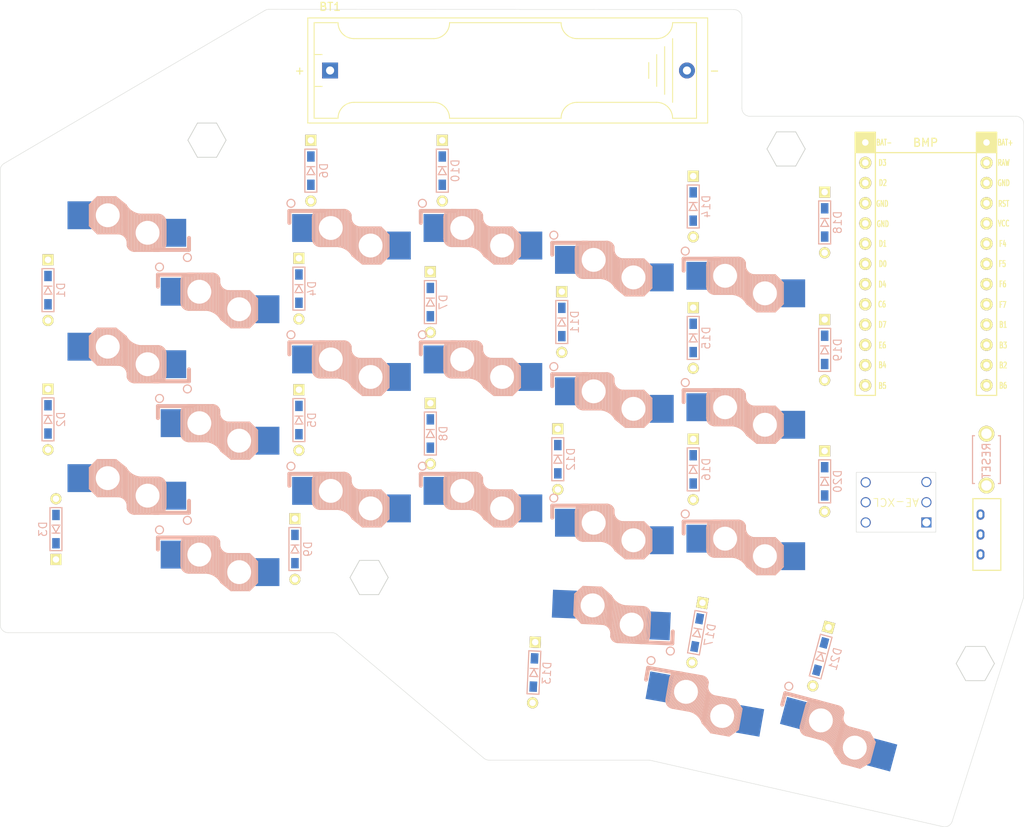
<source format=kicad_pcb>
(kicad_pcb (version 20241229) (generator "pcbnew") (generator_version "9.0")
  (layers (0 "F.Cu" signal) (2 "B.Cu" signal) (13 "F.Paste" user) (15 "B.Paste" user) (5 "F.SilkS" user "F.Silkscreen") (7 "B.SilkS" user "B.Silkscreen") (1 "F.Mask" user) (3 "B.Mask" user) (25 "Edge.Cuts" user))
  (net 0 "")
  (net 1 "Net-(D1-A)")
  (net 2 "Row0")
  (net 3 "Net-(D2-A)")
  (net 4 "Net-(D3-A)")
  (net 5 "Net-(D4-A)")
  (net 6 "Net-(D5-A)")
  (net 7 "Net-(D6-A)")
  (net 8 "Net-(D7-A)")
  (net 9 "Row1")
  (net 10 "Net-(D8-A)")
  (net 11 "Net-(D9-A)")
  (net 12 "Net-(D10-A)")
  (net 13 "Net-(D11-A)")
  (net 14 "Net-(D12-A)")
  (net 15 "Row2")
  (net 17 "Net-(D14-A)")
  (net 18 "Net-(D15-A)")
  (net 19 "Net-(D16-A)")
  (net 20 "Net-(D17-A)")
  (net 21 "Net-(D18-A)")
  (net 22 "Net-(D19-A)")
  (net 23 "Row3")
  (net 24 "Net-(D20-A)")
  (net 25 "Net-(D21-A)")
  (net 26 "Net-(D13-A)")
  (net 27 "GND")
  (net 28 "Bat+")
  (net 29 "Col0")
  (net 30 "Col1")
  (net 31 "Col2")
  (net 32 "Col3")
  (net 33 "Col4")
  (net 34 "Col5")
  (net 35 "Reset")
  (net 38 "VCC")
  (net 46 "Net-(SW23-B)")
  (net 47 "Net-(BT1-+)")
  (net 48 "Bat-")
  (net 49 "Net-(AE-XCL102D333CR-G1-EN)")
  (footprint "kbd_Parts:Diode_TH_SMD" (layer "F.Cu") (at 110.5375 78.375 -90)
    (property "Reference" "D7" (at 0 -1.63 90) (layer "B.SilkS") (effects (font (thickness 0.125)) (justify mirror)))
    (property "Value" "D" (hide yes))
    (pad "1" thru_hole rect (at -3.81 0 270) (size 1.397 1.397) (drill 0.8128) (layers "*.Cu" "*.Mask" "F.SilkS") (net 2 "Row0"))
    (pad "1" smd rect (at -1.775 0 270) (size 1.3 0.95) (layers "B.Cu" "B.Mask" "B.Paste") (net 2 "Row0"))
    (pad "2" smd rect (at 1.775 0 270) (size 1.3 0.95) (layers "B.Cu" "B.Mask" "B.Paste") (net 8 "Net-(D7-A)"))
    (pad "2" thru_hole circle (at 3.81 0 270) (size 1.397 1.397) (drill 0.8128) (layers "*.Cu" "*.Mask" "F.SilkS") (net 8 "Net-(D7-A)"))
  )
  (footprint "kbd_Parts:Diode_TH_SMD" (layer "F.Cu") (at 160.0375 68.375 -90)
    (property "Reference" "D18" (at 0 -1.63 90) (layer "B.SilkS") (effects (font (thickness 0.125)) (justify mirror)))
    (property "Value" "D" (hide yes))
    (pad "1" thru_hole rect (at -3.81 0 270) (size 1.397 1.397) (drill 0.8128) (layers "*.Cu" "*.Mask" "F.SilkS") (net 2 "Row0"))
    (pad "1" smd rect (at -1.775 0 270) (size 1.3 0.95) (layers "B.Cu" "B.Mask" "B.Paste") (net 2 "Row0"))
    (pad "2" smd rect (at 1.775 0 270) (size 1.3 0.95) (layers "B.Cu" "B.Mask" "B.Paste") (net 21 "Net-(D18-A)"))
    (pad "2" thru_hole circle (at 3.81 0 270) (size 1.397 1.397) (drill 0.8128) (layers "*.Cu" "*.Mask" "F.SilkS") (net 21 "Net-(D18-A)"))
  )
  (footprint "kbd_Hole:m2_Spacer_Hole_hex" (layer "F.Cu") (at 155.2 59.15)
    (property "Reference" "Ref**")
    (property "Value" "Val**")
    (fp_line (start -2.4 0) (end -1.2 2.15) (stroke (width 0.1)) (layer "Edge.Cuts"))
    (fp_line (start -1.2 -2.15) (end -2.4 0) (stroke (width 0.1)) (layer "Edge.Cuts"))
    (fp_line (start -1.2 2.15) (end 1.2 2.15) (stroke (width 0.1)) (layer "Edge.Cuts"))
    (fp_line (start 1.2 -2.15) (end -1.2 -2.15) (stroke (width 0.1)) (layer "Edge.Cuts"))
    (fp_line (start 1.2 2.15) (end 2.4 0) (stroke (width 0.1)) (layer "Edge.Cuts"))
    (fp_line (start 2.4 0) (end 1.2 -2.15) (stroke (width 0.1)) (layer "Edge.Cuts"))
  )
  (footprint "kbd_SW:Choc_v2_Hotswap_1u_16.5" (layer "F.Cu") (at 152.5375 104.375)
    (property "Reference" "SW20" (hide yes))
    (property "Value" "SW_Push" (hide yes))
    (pad "" np_thru_hole circle (at -5 3.7 90) (size 3 3) (drill 3) (layers "*.Cu" "*.Mask"))
    (pad "" np_thru_hole circle (at 0 0 90) (size 4.8 4.8) (drill 4.8) (layers "*.Cu" "*.Mask"))
    (pad "" np_thru_hole circle (at 0 5.9 90) (size 3 3) (drill 3) (layers "*.Cu" "*.Mask"))
    (pad "" np_thru_hole circle (at 5 -5.55) (size 1 1) (drill oval 1) (layers "*.Cu" "*.Mask"))
    (pad "1" smd rect (at -8.35 3.7 180) (size 3 3.5) (layers "B.Cu" "B.Mask" "B.Paste") (net 34 "Col5"))
    (pad "2" smd rect (at 3.55 5.9 180) (size 3 3.5) (layers "B.Cu" "B.Mask" "B.Paste") (net 24 "Net-(D20-A)"))
  )
  (footprint "kbd_Parts:Diode_TH_SMD" (layer "F.Cu") (at 110.5375 94.875 -90)
    (property "Reference" "D8" (at 0 -1.63 90) (layer "B.SilkS") (effects (font (thickness 0.125)) (justify mirror)))
    (property "Value" "D" (hide yes))
    (pad "1" thru_hole rect (at -3.81 0 270) (size 1.397 1.397) (drill 0.8128) (layers "*.Cu" "*.Mask" "F.SilkS") (net 9 "Row1"))
    (pad "1" smd rect (at -1.775 0 270) (size 1.3 0.95) (layers "B.Cu" "B.Mask" "B.Paste") (net 9 "Row1"))
    (pad "2" smd rect (at 1.775 0 270) (size 1.3 0.95) (layers "B.Cu" "B.Mask" "B.Paste") (net 10 "Net-(D8-A)"))
    (pad "2" thru_hole circle (at 3.81 0 270) (size 1.397 1.397) (drill 0.8128) (layers "*.Cu" "*.Mask" "F.SilkS") (net 10 "Net-(D8-A)"))
  )
  (footprint "kbd_Parts:Battery_AAA" (layer "F.Cu") (at 97.95 49.3)
    (property "Reference" "BT1" (at 0 -8 0) (layer "F.SilkS"))
    (property "Value" "Battery_Cell")
    (fp_text user "+" (at -3.81 0 0) (layer "F.SilkS"))
    (fp_text user "-" (at 48.26 0 0) (layer "F.SilkS"))
    (pad "1" thru_hole rect (at 0 0) (size 2 2) (drill 1.02) (layers "*.Cu" "*.Mask") (net 47 "Net-(BT1-+)"))
    (pad "2" thru_hole circle (at 44.8 0) (size 2 2) (drill 1.02) (layers "*.Cu" "*.Mask") (net 48 "Bat-"))
  )
  (footprint "kbd_Parts:Diode_TH_SMD" (layer "F.Cu") (at 62.5375 93.1 -90)
    (property "Reference" "D2" (at 0 -1.63 90) (layer "B.SilkS") (effects (font (thickness 0.125)) (justify mirror)))
    (property "Value" "D" (hide yes))
    (pad "1" thru_hole rect (at -3.81 0 270) (size 1.397 1.397) (drill 0.8128) (layers "*.Cu" "*.Mask" "F.SilkS") (net 9 "Row1"))
    (pad "1" smd rect (at -1.775 0 270) (size 1.3 0.95) (layers "B.Cu" "B.Mask" "B.Paste") (net 9 "Row1"))
    (pad "2" smd rect (at 1.775 0 270) (size 1.3 0.95) (layers "B.Cu" "B.Mask" "B.Paste") (net 3 "Net-(D2-A)"))
    (pad "2" thru_hole circle (at 3.81 0 270) (size 1.397 1.397) (drill 0.8128) (layers "*.Cu" "*.Mask" "F.SilkS") (net 3 "Net-(D2-A)"))
  )
  (footprint "kbd_SW:Choc_v2_Hotswap_1u_16.5" (layer "F.Cu") (at 70.0375 73.375 180)
    (property "Reference" "SW1" (hide yes))
    (property "Value" "SW_Push" (hide yes))
    (pad "" np_thru_hole circle (at -5 3.7 270) (size 3 3) (drill 3) (layers "*.Cu" "*.Mask"))
    (pad "" np_thru_hole circle (at 0 0 270) (size 4.8 4.8) (drill 4.8) (layers "*.Cu" "*.Mask"))
    (pad "" np_thru_hole circle (at 0 5.9 270) (size 3 3) (drill 3) (layers "*.Cu" "*.Mask"))
    (pad "" np_thru_hole circle (at 5 -5.55 180) (size 1 1) (drill oval 1) (layers "*.Cu" "*.Mask"))
    (pad "1" smd rect (at -8.35 3.7) (size 3 3.5) (layers "B.Cu" "B.Mask" "B.Paste") (net 29 "Col0"))
    (pad "2" smd rect (at 3.55 5.9) (size 3 3.5) (layers "B.Cu" "B.Mask" "B.Paste") (net 1 "Net-(D1-A)"))
  )
  (footprint "kbd_SW:Choc_v2_Hotswap_1u_16.5" (layer "F.Cu") (at 70.0375 89.875 180)
    (property "Reference" "SW2" (hide yes))
    (property "Value" "SW_Push" (hide yes))
    (pad "" np_thru_hole circle (at -5 3.7 270) (size 3 3) (drill 3) (layers "*.Cu" "*.Mask"))
    (pad "" np_thru_hole circle (at 0 0 270) (size 4.8 4.8) (drill 4.8) (layers "*.Cu" "*.Mask"))
    (pad "" np_thru_hole circle (at 0 5.9 270) (size 3 3) (drill 3) (layers "*.Cu" "*.Mask"))
    (pad "" np_thru_hole circle (at 5 -5.55 180) (size 1 1) (drill oval 1) (layers "*.Cu" "*.Mask"))
    (pad "1" smd rect (at -8.35 3.7) (size 3 3.5) (layers "B.Cu" "B.Mask" "B.Paste") (net 29 "Col0"))
    (pad "2" smd rect (at 3.55 5.9) (size 3 3.5) (layers "B.Cu" "B.Mask" "B.Paste") (net 3 "Net-(D2-A)"))
  )
  (footprint "kbd_SW:Choc_v2_Hotswap_1u_16.5" (layer "F.Cu") (at 119.5375 98.375)
    (property "Reference" "SW12" (hide yes))
    (property "Value" "SW_Push" (hide yes))
    (pad "" np_thru_hole circle (at -5 3.7 90) (size 3 3) (drill 3) (layers "*.Cu" "*.Mask"))
    (pad "" np_thru_hole circle (at 0 0 90) (size 4.8 4.8) (drill 4.8) (layers "*.Cu" "*.Mask"))
    (pad "" np_thru_hole circle (at 0 5.9 90) (size 3 3) (drill 3) (layers "*.Cu" "*.Mask"))
    (pad "" np_thru_hole circle (at 5 -5.55) (size 1 1) (drill oval 1) (layers "*.Cu" "*.Mask"))
    (pad "1" smd rect (at -8.35 3.7 180) (size 3 3.5) (layers "B.Cu" "B.Mask" "B.Paste") (net 32 "Col3"))
    (pad "2" smd rect (at 3.55 5.9 180) (size 3 3.5) (layers "B.Cu" "B.Mask" "B.Paste") (net 14 "Net-(D12-A)"))
  )
  (footprint "kbd_Parts:Diode_TH_SMD" (layer "F.Cu") (at 159.5375 122.875 -105)
    (property "Reference" "D21" (at -0.19 -1.850001 75) (layer "B.SilkS") (effects (font (thickness 0.125)) (justify mirror)))
    (property "Value" "D" (hide yes))
    (pad "1" thru_hole rect (at -3.81 0.000001 255) (size 1.397 1.397) (drill 0.8128) (layers "*.Cu" "*.Mask" "F.SilkS") (net 23 "Row3"))
    (pad "1" smd rect (at -1.775 0.000001 255) (size 1.3 0.95) (layers "B.Cu" "B.Mask" "B.Paste") (net 23 "Row3"))
    (pad "2" smd rect (at 1.775 -0.000001 255) (size 1.3 0.95) (layers "B.Cu" "B.Mask" "B.Paste") (net 25 "Net-(D21-A)"))
    (pad "2" thru_hole circle (at 3.81 -0.000001 255) (size 1.397 1.397) (drill 0.8128) (layers "*.Cu" "*.Mask" "F.SilkS") (net 25 "Net-(D21-A)"))
  )
  (footprint "kbd_Parts:Diode_TH_SMD" (layer "F.Cu") (at 144.0375 119.875 -100)
    (property "Reference" "D17" (at 0.000001 -1.629997 80) (layer "B.SilkS") (effects (font (thickness 0.125)) (justify mirror)))
    (property "Value" "D" (hide yes))
    (pad "1" thru_hole rect (at -3.81 0.000001 260) (size 1.397 1.397) (drill 0.8128) (layers "*.Cu" "*.Mask" "F.SilkS") (net 23 "Row3"))
    (pad "1" smd rect (at -1.775 0.000001 260) (size 1.3 0.95) (layers "B.Cu" "B.Mask" "B.Paste") (net 23 "Row3"))
    (pad "2" smd rect (at 1.775 -0.000001 260) (size 1.3 0.95) (layers "B.Cu" "B.Mask" "B.Paste") (net 20 "Net-(D17-A)"))
    (pad "2" thru_hole circle (at 3.81 -0.000001 260) (size 1.397 1.397) (drill 0.8128) (layers "*.Cu" "*.Mask" "F.SilkS") (net 20 "Net-(D17-A)"))
  )
  (footprint "kbd_SW:Choc_v2_Hotswap_1u_16.5" (layer "F.Cu") (at 165.349206 128.608267 -15)
    (property "Reference" "SW21" (hide yes))
    (property "Value" "SW_Push" (hide yes))
    (pad "" np_thru_hole circle (at -5 3.7 75) (size 3 3) (drill 3) (layers "*.Cu" "*.Mask"))
    (pad "" np_thru_hole circle (at 0 0 75) (size 4.8 4.8) (drill 4.8) (layers "*.Cu" "*.Mask"))
    (pad "" np_thru_hole circle (at 0 5.9 75) (size 3 3) (drill 3) (layers "*.Cu" "*.Mask"))
    (pad "" np_thru_hole circle (at 5 -5.55 345) (size 1 1) (drill oval 1) (layers "*.Cu" "*.Mask"))
    (pad "1" smd rect (at -8.35 3.7 165) (size 3 3.5) (layers "B.Cu" "B.Mask" "B.Paste") (net 34 "Col5"))
    (pad "2" smd rect (at 3.55 5.9 165) (size 3 3.5) (layers "B.Cu" "B.Mask" "B.Paste") (net 25 "Net-(D21-A)"))
  )
  (footprint "kbd_SW:Choc_v2_Hotswap_1u_16.5" (layer "F.Cu") (at 86.5375 89.875)
    (property "Reference" "SW5" (hide yes))
    (property "Value" "SW_Push" (hide yes))
    (pad "" np_thru_hole circle (at -5 3.7 90) (size 3 3) (drill 3) (layers "*.Cu" "*.Mask"))
    (pad "" np_thru_hole circle (at 0 0 90) (size 4.8 4.8) (drill 4.8) (layers "*.Cu" "*.Mask"))
    (pad "" np_thru_hole circle (at 0 5.9 90) (size 3 3) (drill 3) (layers "*.Cu" "*.Mask"))
    (pad "" np_thru_hole circle (at 5 -5.55) (size 1 1) (drill oval 1) (layers "*.Cu" "*.Mask"))
    (pad "1" smd rect (at -8.35 3.7 180) (size 3 3.5) (layers "B.Cu" "B.Mask" "B.Paste") (net 30 "Col1"))
    (pad "2" smd rect (at 3.55 5.9 180) (size 3 3.5) (layers "B.Cu" "B.Mask" "B.Paste") (net 6 "Net-(D5-A)"))
  )
  (footprint "kbd_SW:Choc_v2_Hotswap_1u_16.5" (layer "F.Cu") (at 130.648543 122.34156 177.5)
    (property "Reference" "SW13" (hide yes))
    (property "Value" "SW_Push" (hide yes))
    (pad "" np_thru_hole circle (at -5 3.7 267.5) (size 3 3) (drill 3) (layers "*.Cu" "*.Mask"))
    (pad "" np_thru_hole circle (at 0 0 267.5) (size 4.8 4.8) (drill 4.8) (layers "*.Cu" "*.Mask"))
    (pad "" np_thru_hole circle (at 0 5.9 267.5) (size 3 3) (drill 3) (layers "*.Cu" "*.Mask"))
    (pad "" np_thru_hole circle (at 5 -5.55 177.5) (size 1 1) (drill oval 1) (layers "*.Cu" "*.Mask"))
    (pad "1" smd rect (at -8.35 3.7 357.5) (size 3 3.5) (layers "B.Cu" "B.Mask" "B.Paste") (net 32 "Col3"))
    (pad "2" smd rect (at 3.55 5.9 357.5) (size 3 3.5) (layers "B.Cu" "B.Mask" "B.Paste") (net 26 "Net-(D13-A)"))
  )
  (footprint "kbd_Parts:Diode_TH_SMD" (layer "F.Cu") (at 63.5375 106.875 90)
    (property "Reference" "D3" (at 0 -1.63 90) (layer "B.SilkS") (effects (font (thickness 0.125)) (justify mirror)))
    (property "Value" "D" (hide yes))
    (pad "1" thru_hole rect (at -3.81 0 90) (size 1.397 1.397) (drill 0.8128) (layers "*.Cu" "*.Mask" "F.SilkS") (net 15 "Row2"))
    (pad "1" smd rect (at -1.775 0 90) (size 1.3 0.95) (layers "B.Cu" "B.Mask" "B.Paste") (net 15 "Row2"))
    (pad "2" smd rect (at 1.775 0 90) (size 1.3 0.95) (layers "B.Cu" "B.Mask" "B.Paste") (net 4 "Net-(D3-A)"))
    (pad "2" thru_hole circle (at 3.81 0 90) (size 1.397 1.397) (drill 0.8128) (layers "*.Cu" "*.Mask" "F.SilkS") (net 4 "Net-(D3-A)"))
  )
  (footprint "kbd_Parts:Diode_TH_SMD" (layer "F.Cu") (at 126.5375 98.1 -90)
    (property "Reference" "D12" (at 0 -1.63 90) (layer "B.SilkS") (effects (font (thickness 0.125)) (justify mirror)))
    (property "Value" "D" (hide yes))
    (pad "1" thru_hole rect (at -3.81 0 270) (size 1.397 1.397) (drill 0.8128) (layers "*.Cu" "*.Mask" "F.SilkS") (net 15 "Row2"))
    (pad "1" smd rect (at -1.775 0 270) (size 1.3 0.95) (layers "B.Cu" "B.Mask" "B.Paste") (net 15 "Row2"))
    (pad "2" smd rect (at 1.775 0 270) (size 1.3 0.95) (layers "B.Cu" "B.Mask" "B.Paste") (net 14 "Net-(D12-A)"))
    (pad "2" thru_hole circle (at 3.81 0 270) (size 1.397 1.397) (drill 0.8128) (layers "*.Cu" "*.Mask" "F.SilkS") (net 14 "Net-(D12-A)"))
  )
  (footprint "kbd_Parts:Diode_TH_SMD" (layer "F.Cu") (at 143.5375 99.375 -90)
    (property "Reference" "D16" (at 0 -1.63 90) (layer "B.SilkS") (effects (font (thickness 0.125)) (justify mirror)))
    (property "Value" "D" (hide yes))
    (pad "1" thru_hole rect (at -3.81 0 270) (size 1.397 1.397) (drill 0.8128) (layers "*.Cu" "*.Mask" "F.SilkS") (net 15 "Row2"))
    (pad "1" smd rect (at -1.775 0 270) (size 1.3 0.95) (layers "B.Cu" "B.Mask" "B.Paste") (net 15 "Row2"))
    (pad "2" smd rect (at 1.775 0 270) (size 1.3 0.95) (layers "B.Cu" "B.Mask" "B.Paste") (net 19 "Net-(D16-A)"))
    (pad "2" thru_hole circle (at 3.81 0 270) (size 1.397 1.397) (drill 0.8128) (layers "*.Cu" "*.Mask" "F.SilkS") (net 19 "Net-(D16-A)"))
  )
  (footprint "kicad-lib:AE-XCL102D333CR-G" (layer "F.Cu") (at 169 103.5 180)
    (property "Reference" "AE-XCL" (at 0 0 180) (layer "F.SilkS") (effects (font (thickness 0.1))))
    (property "Value" "Regulator")
    (fp_rect (start -5 -3.75) (end 5 3.75) (stroke (width 0.05)) (fill no) (layer "Edge.Cuts"))
    (pad "1" thru_hole rect (at -3.81 -2.54 180) (size 1.27 1.27) (drill 1) (layers "*.Cu" "F.Mask" "F.Paste"))
    (pad "2" thru_hole circle (at -3.81 0 180) (size 1.27 1.27) (drill 1) (layers "*.Cu" "F.Mask" "F.Paste") (net 49 "Net-(AE-XCL102D333CR-G1-EN)"))
    (pad "3" thru_hole circle (at -3.81 2.54 180) (size 1.27 1.27) (drill 1) (layers "*.Cu" "F.Mask" "F.Paste") (net 46 "Net-(SW23-B)"))
    (pad "4" thru_hole circle (at 3.81 -2.54 180) (size 1.27 1.27) (drill 1) (layers "*.Cu" "F.Mask" "F.Paste") (net 28 "Bat+"))
    (pad "5" thru_hole circle (at 3.81 0 180) (size 1.27 1.27) (drill 1) (layers "*.Cu" "F.Mask" "F.Paste") (net 48 "Bat-"))
    (pad "6" thru_hole circle (at 3.81 2.5 180) (size 1.27 1.27) (drill 1) (layers "*.Cu" "F.Mask" "F.Paste") (net 47 "Net-(BT1-+)"))
  )
  (footprint "kbd_SW:Choc_v2_Hotswap_1u_16.5" (layer "F.Cu") (at 152.5375 87.875)
    (property "Reference" "SW19" (hide yes))
    (property "Value" "SW_Push" (hide yes))
    (pad "" np_thru_hole circle (at -5 3.7 90) (size 3 3) (drill 3) (layers "*.Cu" "*.Mask"))
    (pad "" np_thru_hole circle (at 0 0 90) (size 4.8 4.8) (drill 4.8) (layers "*.Cu" "*.Mask"))
    (pad "" np_thru_hole circle (at 0 5.9 90) (size 3 3) (drill 3) (layers "*.Cu" "*.Mask"))
    (pad "" np_thru_hole circle (at 5 -5.55) (size 1 1) (drill oval 1) (layers "*.Cu" "*.Mask"))
    (pad "1" smd rect (at -8.35 3.7 180) (size 3 3.5) (layers "B.Cu" "B.Mask" "B.Paste") (net 34 "Col5"))
    (pad "2" smd rect (at 3.55 5.9 180) (size 3 3.5) (layers "B.Cu" "B.Mask" "B.Paste") (net 22 "Net-(D19-A)"))
  )
  (footprint "kbd_Hole:m2_Spacer_Hole_hex" (layer "F.Cu") (at 102.85 112.95)
    (property "Reference" "Ref**")
    (property "Value" "Val**")
    (fp_line (start -2.4 0) (end -1.2 2.15) (stroke (width 0.1)) (layer "Edge.Cuts"))
    (fp_line (start -1.2 -2.15) (end -2.4 0) (stroke (width 0.1)) (layer "Edge.Cuts"))
    (fp_line (start -1.2 2.15) (end 1.2 2.15) (stroke (width 0.1)) (layer "Edge.Cuts"))
    (fp_line (start 1.2 -2.15) (end -1.2 -2.15) (stroke (width 0.1)) (layer "Edge.Cuts"))
    (fp_line (start 1.2 2.15) (end 2.4 0) (stroke (width 0.1)) (layer "Edge.Cuts"))
    (fp_line (start 2.4 0) (end 1.2 -2.15) (stroke (width 0.1)) (layer "Edge.Cuts"))
  )
  (footprint "kbd_Parts:Diode_TH_SMD" (layer "F.Cu") (at 93.5375 109.375 -90)
    (property "Reference" "D9" (at 0 -1.63 90) (layer "B.SilkS") (effects (font (thickness 0.125)) (justify mirror)))
    (property "Value" "D" (hide yes))
    (pad "1" thru_hole rect (at -3.81 0 270) (size 1.397 1.397) (drill 0.8128) (layers "*.Cu" "*.Mask" "F.SilkS") (net 15 "Row2"))
    (pad "1" smd rect (at -1.775 0 270) (size 1.3 0.95) (layers "B.Cu" "B.Mask" "B.Paste") (net 15 "Row2"))
    (pad "2" smd rect (at 1.775 0 270) (size 1.3 0.95) (layers "B.Cu" "B.Mask" "B.Paste") (net 11 "Net-(D9-A)"))
    (pad "2" thru_hole circle (at 3.81 0 270) (size 1.397 1.397) (drill 0.8128) (layers "*.Cu" "*.Mask" "F.SilkS") (net 11 "Net-(D9-A)"))
  )
  (footprint "kbd_Parts:Diode_TH_SMD" (layer "F.Cu") (at 160.0375 84.375 -90)
    (property "Reference" "D19" (at 0 -1.63 90) (layer "B.SilkS") (effects (font (thickness 0.125)) (justify mirror)))
    (property "Value" "D" (hide yes))
    (pad "1" thru_hole rect (at -3.81 0 270) (size 1.397 1.397) (drill 0.8128) (layers "*.Cu" "*.Mask" "F.SilkS") (net 9 "Row1"))
    (pad "1" smd rect (at -1.775 0 270) (size 1.3 0.95) (layers "B.Cu" "B.Mask" "B.Paste") (net 9 "Row1"))
    (pad "2" smd rect (at 1.775 0 270) (size 1.3 0.95) (layers "B.Cu" "B.Mask" "B.Paste") (net 22 "Net-(D19-A)"))
    (pad "2" thru_hole circle (at 3.81 0 270) (size 1.397 1.397) (drill 0.8128) (layers "*.Cu" "*.Mask" "F.SilkS") (net 22 "Net-(D19-A)"))
  )
  (footprint "kbd_Parts:ResetSW" (layer "F.Cu") (at 180.35 98.15 -90)
    (property "Reference" "SW22" (hide yes))
    (property "Value" "SW_Push")
    (fp_text user "RESET" (at 0.127 0 90) (layer "B.SilkS") (effects (justify mirror)))
    (pad "1" thru_hole circle (at 3.25 0 270) (size 2 2) (drill 1.3) (layers "*.Cu" "*.Mask" "F.SilkS") (net 35 "Reset"))
    (pad "2" thru_hole circle (at -3.25 0 270) (size 2 2) (drill 1.3) (layers "*.Cu" "*.Mask" "F.SilkS") (net 27 "GND"))
  )
  (footprint "kbd_Parts:Diode_TH_SMD" (layer "F.Cu") (at 112.0375 61.875 -90)
    (property "Reference" "D10" (at 0 -1.63 90) (layer "B.SilkS") (effects (font (thickness 0.125)) (justify mirror)))
    (property "Value" "D" (hide yes))
    (pad "1" thru_hole rect (at -3.81 0 270) (size 1.397 1.397) (drill 0.8128) (layers "*.Cu" "*.Mask" "F.SilkS") (net 2 "Row0"))
    (pad "1" smd rect (at -1.775 0 270) (size 1.3 0.95) (layers "B.Cu" "B.Mask" "B.Paste") (net 2 "Row0"))
    (pad "2" smd rect (at 1.775 0 270) (size 1.3 0.95) (layers "B.Cu" "B.Mask" "B.Paste") (net 12 "Net-(D10-A)"))
    (pad "2" thru_hole circle (at 3.81 0 270) (size 1.397 1.397) (drill 0.8128) (layers "*.Cu" "*.Mask" "F.SilkS") (net 12 "Net-(D10-A)"))
  )
  (footprint "kbd_SW:Choc_v2_Hotswap_1u_16.5" (layer "F.Cu") (at 119.5375 81.875)
    (property "Reference" "SW11" (hide yes))
    (property "Value" "SW_Push" (hide yes))
    (pad "" np_thru_hole circle (at -5 3.7 90) (size 3 3) (drill 3) (layers "*.Cu" "*.Mask"))
    (pad "" np_thru_hole circle (at 0 0 90) (size 4.8 4.8) (drill 4.8) (layers "*.Cu" "*.Mask"))
    (pad "" np_thru_hole circle (at 0 5.9 90) (size 3 3) (drill 3) (layers "*.Cu" "*.Mask"))
    (pad "" np_thru_hole circle (at 5 -5.55) (size 1 1) (drill oval 1) (layers "*.Cu" "*.Mask"))
    (pad "1" smd rect (at -8.35 3.7 180) (size 3 3.5) (layers "B.Cu" "B.Mask" "B.Paste") (net 32 "Col3"))
    (pad "2" smd rect (at 3.55 5.9 180) (size 3 3.5) (layers "B.Cu" "B.Mask" "B.Paste") (net 13 "Net-(D11-A)"))
  )
  (footprint "kbd_SW:Choc_v2_Hotswap_1u_16.5" (layer "F.Cu") (at 86.5375 106.375)
    (property "Reference" "SW9" (hide yes))
    (property "Value" "SW_Push" (hide yes))
    (pad "" np_thru_hole circle (at -5 3.7 90) (size 3 3) (drill 3) (layers "*.Cu" "*.Mask"))
    (pad "" np_thru_hole circle (at 0 0 90) (size 4.8 4.8) (drill 4.8) (layers "*.Cu" "*.Mask"))
    (pad "" np_thru_hole circle (at 0 5.9 90) (size 3 3) (drill 3) (layers "*.Cu" "*.Mask"))
    (pad "" np_thru_hole circle (at 5 -5.55) (size 1 1) (drill oval 1) (layers "*.Cu" "*.Mask"))
    (pad "1" smd rect (at -8.35 3.7 180) (size 3 3.5) (layers "B.Cu" "B.Mask" "B.Paste") (net 31 "Col2"))
    (pad "2" smd rect (at 3.55 5.9 180) (size 3 3.5) (layers "B.Cu" "B.Mask" "B.Paste") (net 11 "Net-(D9-A)"))
  )
  (footprint "kbd_SW:Choc_v2_Hotswap_1u_16.5" (layer "F.Cu") (at 136.0375 102.375)
    (property "Reference" "SW16" (hide yes))
    (property "Value" "SW_Push" (hide yes))
    (pad "" np_thru_hole circle (at -5 3.7 90) (size 3 3) (drill 3) (layers "*.Cu" "*.Mask"))
    (pad "" np_thru_hole circle (at 0 0 90) (size 4.8 4.8) (drill 4.8) (layers "*.Cu" "*.Mask"))
    (pad "" np_thru_hole circle (at 0 5.9 90) (size 3 3) (drill 3) (layers "*.Cu" "*.Mask"))
    (pad "" np_thru_hole circle (at 5 -5.55) (size 1 1) (drill oval 1) (layers "*.Cu" "*.Mask"))
    (pad "1" smd rect (at -8.35 3.7 180) (size 3 3.5) (layers "B.Cu" "B.Mask" "B.Paste") (net 33 "Col4"))
    (pad "2" smd rect (at 3.55 5.9 180) (size 3 3.5) (layers "B.Cu" "B.Mask" "B.Paste") (net 19 "Net-(D16-A)"))
  )
  (footprint "kbd_SW:Choc_v2_Hotswap_1u_16.5" (layer "F.Cu") (at 103.0375 65.375)
    (property "Reference" "SW6" (hide yes))
    (property "Value" "SW_Push" (hide yes))
    (pad "" np_thru_hole circle (at -5 3.7 90) (size 3 3) (drill 3) (layers "*.Cu" "*.Mask"))
    (pad "" np_thru_hole circle (at 0 0 90) (size 4.8 4.8) (drill 4.8) (layers "*.Cu" "*.Mask"))
    (pad "" np_thru_hole circle (at 0 5.9 90) (size 3 3) (drill 3) (layers "*.Cu" "*.Mask"))
    (pad "" np_thru_hole circle (at 5 -5.55) (size 1 1) (drill oval 1) (layers "*.Cu" "*.Mask"))
    (pad "1" smd rect (at -8.35 3.7 180) (size 3 3.5) (layers "B.Cu" "B.Mask" "B.Paste") (net 30 "Col1"))
    (pad "2" smd rect (at 3.55 5.9 180) (size 3 3.5) (layers "B.Cu" "B.Mask" "B.Paste") (net 7 "Net-(D6-A)"))
  )
  (footprint "kbd_Hole:m2_Spacer_Hole_hex" (layer "F.Cu") (at 82.5 58.05)
    (property "Reference" "Ref**")
    (property "Value" "Val**")
    (fp_line (start -2.4 0) (end -1.2 2.15) (stroke (width 0.1)) (layer "Edge.Cuts"))
    (fp_line (start -1.2 -2.15) (end -2.4 0) (stroke (width 0.1)) (layer "Edge.Cuts"))
    (fp_line (start -1.2 2.15) (end 1.2 2.15) (stroke (width 0.1)) (layer "Edge.Cuts"))
    (fp_line (start 1.2 -2.15) (end -1.2 -2.15) (stroke (width 0.1)) (layer "Edge.Cuts"))
    (fp_line (start 1.2 2.15) (end 2.4 0) (stroke (width 0.1)) (layer "Edge.Cuts"))
    (fp_line (start 2.4 0) (end 1.2 -2.15) (stroke (width 0.1)) (layer "Edge.Cuts"))
  )
  (footprint "kbd_Parts:Diode_TH_SMD" (layer "F.Cu") (at 95.5375 61.875 -90)
    (property "Reference" "D6" (at 0 -1.63 90) (layer "B.SilkS") (effects (font (thickness 0.125)) (justify mirror)))
    (property "Value" "D" (hide yes))
    (pad "1" thru_hole rect (at -3.81 0 270) (size 1.397 1.397) (drill 0.8128) (layers "*.Cu" "*.Mask" "F.SilkS") (net 15 "Row2"))
    (pad "1" smd rect (at -1.775 0 270) (size 1.3 0.95) (layers "B.Cu" "B.Mask" "B.Paste") (net 15 "Row2"))
    (pad "2" smd rect (at 1.775 0 270) (size 1.3 0.95) (layers "B.Cu" "B.Mask" "B.Paste") (net 7 "Net-(D6-A)"))
    (pad "2" thru_hole circle (at 3.81 0 270) (size 1.397 1.397) (drill 0.8128) (layers "*.Cu" "*.Mask" "F.SilkS") (net 7 "Net-(D6-A)"))
  )
  (footprint "kbd_SW:Choc_v2_Hotswap_1u_16.5" (layer "F.Cu") (at 136.0375 69.375)
    (property "Reference" "SW14" (hide yes))
    (property "Value" "SW_Push" (hide yes))
    (pad "" np_thru_hole circle (at -5 3.7 90) (size 3 3) (drill 3) (layers "*.Cu" "*.Mask"))
    (pad "" np_thru_hole circle (at 0 0 90) (size 4.8 4.8) (drill 4.8) (layers "*.Cu" "*.Mask"))
    (pad "" np_thru_hole circle (at 0 5.9 90) (size 3 3) (drill 3) (layers "*.Cu" "*.Mask"))
    (pad "" np_thru_hole circle (at 5 -5.55) (size 1 1) (drill oval 1) (layers "*.Cu" "*.Mask"))
    (pad "1" smd rect (at -8.35 3.7 180) (size 3 3.5) (layers "B.Cu" "B.Mask" "B.Paste") (net 33 "Col4"))
    (pad "2" smd rect (at 3.55 5.9 180) (size 3 3.5) (layers "B.Cu" "B.Mask" "B.Paste") (net 17 "Net-(D14-A)"))
  )
  (footprint "kbd_Parts:Diode_TH_SMD" (layer "F.Cu") (at 160.0375 100.875 -90)
    (property "Reference" "D20" (at 0 -1.63 90) (layer "B.SilkS") (effects (font (thickness 0.125)) (justify mirror)))
    (property "Value" "D" (hide yes))
    (pad "1" thru_hole rect (at -3.81 0 270) (size 1.397 1.397) (drill 0.8128) (layers "*.Cu" "*.Mask" "F.SilkS") (net 15 "Row2"))
    (pad "1" smd rect (at -1.775 0 270) (size 1.3 0.95) (layers "B.Cu" "B.Mask" "B.Paste") (net 15 "Row2"))
    (pad "2" smd rect (at 1.775 0 270) (size 1.3 0.95) (layers "B.Cu" "B.Mask" "B.Paste") (net 24 "Net-(D20-A)"))
    (pad "2" thru_hole circle (at 3.81 0 270) (size 1.397 1.397) (drill 0.8128) (layers "*.Cu" "*.Mask" "F.SilkS") (net 24 "Net-(D20-A)"))
  )
  (footprint "kbd_SW:Choc_v2_Hotswap_1u_16.5" (layer "F.Cu") (at 119.5375 65.375)
    (property "Reference" "SW10" (hide yes))
    (property "Value" "SW_Push" (hide yes))
    (pad "" np_thru_hole circle (at -5 3.7 90) (size 3 3) (drill 3) (layers "*.Cu" "*.Mask"))
    (pad "" np_thru_hole circle (at 0 0 90) (size 4.8 4.8) (drill 4.8) (layers "*.Cu" "*.Mask"))
    (pad "" np_thru_hole circle (at 0 5.9 90) (size 3 3) (drill 3) (layers "*.Cu" "*.Mask"))
    (pad "" np_thru_hole circle (at 5 -5.55) (size 1 1) (drill oval 1) (layers "*.Cu" "*.Mask"))
    (pad "1" smd rect (at -8.35 3.7 180) (size 3 3.5) (layers "B.Cu" "B.Mask" "B.Paste") (net 32 "Col3"))
    (pad "2" smd rect (at 3.55 5.9 180) (size 3 3.5) (layers "B.Cu" "B.Mask" "B.Paste") (net 12 "Net-(D10-A)"))
  )
  (footprint "kbd_SW:Choc_v2_Hotswap_1u_16.5" (layer "F.Cu") (at 152.5375 71.375)
    (property "Reference" "SW18" (hide yes))
    (property "Value" "SW_Push" (hide yes))
    (pad "" np_thru_hole circle (at -5 3.7 90) (size 3 3) (drill 3) (layers "*.Cu" "*.Mask"))
    (pad "" np_thru_hole circle (at 0 0 90) (size 4.8 4.8) (drill 4.8) (layers "*.Cu" "*.Mask"))
    (pad "" np_thru_hole circle (at 0 5.9 90) (size 3 3) (drill 3) (layers "*.Cu" "*.Mask"))
    (pad "" np_thru_hole circle (at 5 -5.55) (size 1 1) (drill oval 1) (layers "*.Cu" "*.Mask"))
    (pad "1" smd rect (at -8.35 3.7 180) (size 3 3.5) (layers "B.Cu" "B.Mask" "B.Paste") (net 34 "Col5"))
    (pad "2" smd rect (at 3.55 5.9 180) (size 3 3.5) (layers "B.Cu" "B.Mask" "B.Paste") (net 21 "Net-(D18-A)"))
  )
  (footprint "kbd_SW:Choc_v2_Hotswap_1u_16.5" (layer "F.Cu") (at 70.0375 106.375 180)
    (property "Reference" "SW3" (hide yes))
    (property "Value" "SW_Push" (hide yes))
    (pad "" np_thru_hole circle (at -5 3.7 270) (size 3 3) (drill 3) (layers "*.Cu" "*.Mask"))
    (pad "" np_thru_hole circle (at 0 0 270) (size 4.8 4.8) (drill 4.8) (layers "*.Cu" "*.Mask"))
    (pad "" np_thru_hole circle (at 0 5.9 270) (size 3 3) (drill 3) (layers "*.Cu" "*.Mask"))
    (pad "" np_thru_hole circle (at 5 -5.55 180) (size 1 1) (drill oval 1) (layers "*.Cu" "*.Mask"))
    (pad "1" smd rect (at -8.35 3.7) (size 3 3.5) (layers "B.Cu" "B.Mask" "B.Paste") (net 29 "Col0"))
    (pad "2" smd rect (at 3.55 5.9) (size 3 3.5) (layers "B.Cu" "B.Mask" "B.Paste") (net 4 "Net-(D3-A)"))
  )
  (footprint "kbd_Parts:Diode_TH_SMD" (layer "F.Cu") (at 94.0375 93.185 -90)
    (property "Reference" "D5" (at 0 -1.63 90) (layer "B.SilkS") (effects (font (thickness 0.125)) (justify mirror)))
    (property "Value" "D" (hide yes))
    (pad "1" thru_hole rect (at -3.81 0 270) (size 1.397 1.397) (drill 0.8128) (layers "*.Cu" "*.Mask" "F.SilkS") (net 9 "Row1"))
    (pad "1" smd rect (at -1.775 0 270) (size 1.3 0.95) (layers "B.Cu" "B.Mask" "B.Paste") (net 9 "Row1"))
    (pad "2" smd rect (at 1.775 0 270) (size 1.3 0.95) (layers "B.Cu" "B.Mask" "B.Paste") (net 6 "Net-(D5-A)"))
    (pad "2" thru_hole circle (at 3.81 0 270) (size 1.397 1.397) (drill 0.8128) (layers "*.Cu" "*.Mask" "F.SilkS") (net 6 "Net-(D5-A)"))
  )
  (footprint "kbd_SW:Choc_v2_Hotswap_1u_16.5" (layer "F.Cu") (at 103.0375 98.375)
    (property "Reference" "SW8" (hide yes))
    (property "Value" "SW_Push" (hide yes))
    (pad "" np_thru_hole circle (at -5 3.7 90) (size 3 3) (drill 3) (layers "*.Cu" "*.Mask"))
    (pad "" np_thru_hole circle (at 0 0 90) (size 4.8 4.8) (drill 4.8) (layers "*.Cu" "*.Mask"))
    (pad "" np_thru_hole circle (at 0 5.9 90) (size 3 3) (drill 3) (layers "*.Cu" "*.Mask"))
    (pad "" np_thru_hole circle (at 5 -5.55) (size 1 1) (drill oval 1) (layers "*.Cu" "*.Mask"))
    (pad "1" smd rect (at -8.35 3.7 180) (size 3 3.5) (layers "B.Cu" "B.Mask" "B.Paste") (net 31 "Col2"))
    (pad "2" smd rect (at 3.55 5.9 180) (size 3 3.5) (layers "B.Cu" "B.Mask" "B.Paste") (net 10 "Net-(D8-A)"))
  )
  (footprint "kbd_SW:Choc_v2_Hotswap_1u_16.5" (layer "F.Cu") (at 136.0375 85.875)
    (property "Reference" "SW15" (hide yes))
    (property "Value" "SW_Push" (hide yes))
    (pad "" np_thru_hole circle (at -5 3.7 90) (size 3 3) (drill 3) (layers "*.Cu" "*.Mask"))
    (pad "" np_thru_hole circle (at 0 0 90) (size 4.8 4.8) (drill 4.8) (layers "*.Cu" "*.Mask"))
    (pad "" np_thru_hole circle (at 0 5.9 90) (size 3 3) (drill 3) (layers "*.Cu" "*.Mask"))
    (pad "" np_thru_hole circle (at 5 -5.55) (size 1 1) (drill oval 1) (layers "*.Cu" "*.Mask"))
    (pad "1" smd rect (at -8.35 3.7 180) (size 3 3.5) (layers "B.Cu" "B.Mask" "B.Paste") (net 33 "Col4"))
    (pad "2" smd rect (at 3.55 5.9 180) (size 3 3.5) (layers "B.Cu" "B.Mask" "B.Paste") (net 18 "Net-(D15-A)"))
  )
  (footprint "kbd_Parts:Diode_TH_SMD" (layer "F.Cu") (at 62.5375 76.875 -90)
    (property "Reference" "D1" (at 0 -1.63 90) (layer "B.SilkS") (effects (font (thickness 0.125)) (justify mirror)))
    (property "Value" "D" (hide yes))
    (pad "1" thru_hole rect (at -3.81 0 270) (size 1.397 1.397) (drill 0.8128) (layers "*.Cu" "*.Mask" "F.SilkS") (net 2 "Row0"))
    (pad "1" smd rect (at -1.775 0 270) (size 1.3 0.95) (layers "B.Cu" "B.Mask" "B.Paste") (net 2 "Row0"))
    (pad "2" smd rect (at 1.775 0 270) (size 1.3 0.95) (layers "B.Cu" "B.Mask" "B.Paste") (net 1 "Net-(D1-A)"))
    (pad "2" thru_hole circle (at 3.81 0 270) (size 1.397 1.397) (drill 0.8128) (layers "*.Cu" "*.Mask" "F.SilkS") (net 1 "Net-(D1-A)"))
  )
  (footprint "kbd_Parts:TGSW_MSK-12D19" (layer "F.Cu") (at 180.65 107.55 -90)
    (property "Reference" "SW23")
    (property "Value" "SW_SPDT" (hide yes))
    (pad "1" thru_hole oval (at -2.5 1.05 270) (size 1.3 1) (drill oval 0.8 0.5) (layers "*.Cu" "*.Mask") (clearance 0.15))
    (pad "2" thru_hole oval (at 0 1.05 270) (size 1.3 1) (drill oval 0.8 0.5) (layers "*.Cu" "*.Mask") (net 46 "Net-(SW23-B)") (clearance 0.15))
    (pad "3" thru_hole oval (at 2.5 1.05 270) (size 1.3 1) (drill oval 0.8 0.5) (layers "*.Cu" "*.Mask") (net 49 "Net-(AE-XCL102D333CR-G1-EN)") (clearance 0.15))
  )
  (footprint "kbd_SW:Choc_v2_Hotswap_1u_16.5" (layer "F.Cu") (at 148.192653 124.525974 -10)
    (property "Reference" "SW17" (hide yes))
    (property "Value" "SW_Push" (hide yes))
    (pad "" np_thru_hole circle (at -5 3.7 80) (size 3 3) (drill 3) (layers "*.Cu" "*.Mask"))
    (pad "" np_thru_hole circle (at 0 0 80) (size 4.8 4.8) (drill 4.8) (layers "*.Cu" "*.Mask"))
    (pad "" np_thru_hole circle (at 0 5.9 80) (size 3 3) (drill 3) (layers "*.Cu" "*.Mask"))
    (pad "" np_thru_hole circle (at 5 -5.55 350) (size 1 1) (drill oval 1) (layers "*.Cu" "*.Mask"))
    (pad "1" smd rect (at -8.35 3.7 170) (size 3 3.5) (layers "B.Cu" "B.Mask" "B.Paste") (net 33 "Col4"))
    (pad "2" smd rect (at 3.55 5.9 170) (size 3 3.5) (layers "B.Cu" "B.Mask" "B.Paste") (net 20 "Net-(D17-A)"))
  )
  (footprint "kbd_Parts:Diode_TH_SMD" (layer "F.Cu") (at 94.0375 76.685 -90)
    (property "Reference" "D4" (at 0 -1.63 90) (layer "B.SilkS") (effects (font (thickness 0.125)) (justify mirror)))
    (property "Value" "D" (hide yes))
    (pad "1" thru_hole rect (at -3.81 0 270) (size 1.397 1.397) (drill 0.8128) (layers "*.Cu" "*.Mask" "F.SilkS") (net 2 "Row0"))
    (pad "1" smd rect (at -1.775 0 270) (size 1.3 0.95) (layers "B.Cu" "B.Mask" "B.Paste") (net 2 "Row0"))
    (pad "2" smd rect (at 1.775 0 270) (size 1.3 0.95) (layers "B.Cu" "B.Mask" "B.Paste") (net 5 "Net-(D4-A)"))
    (pad "2" thru_hole circle (at 3.81 0 270) (size 1.397 1.397) (drill 0.8128) (layers "*.Cu" "*.Mask" "F.SilkS") (net 5 "Net-(D4-A)"))
  )
  (footprint "kbd_Parts:Diode_TH_SMD" (layer "F.Cu") (at 127.0375 80.875 -90)
    (property "Reference" "D11" (at 0 -1.63 90) (layer "B.SilkS") (effects (font (thickness 0.125)) (justify mirror)))
    (property "Value" "D" (hide yes))
    (pad "1" thru_hole rect (at -3.81 0 270) (size 1.397 1.397) (drill 0.8128) (layers "*.Cu" "*.Mask" "F.SilkS") (net 9 "Row1"))
    (pad "1" smd rect (at -1.775 0 270) (size 1.3 0.95) (layers "B.Cu" "B.Mask" "B.Paste") (net 9 "Row1"))
    (pad "2" smd rect (at 1.775 0 270) (size 1.3 0.95) (layers "B.Cu" "B.Mask" "B.Paste") (net 13 "Net-(D11-A)"))
    (pad "2" thru_hole circle (at 3.81 0 270) (size 1.397 1.397) (drill 0.8128) (layers "*.Cu" "*.Mask" "F.SilkS") (net 13 "Net-(D11-A)"))
  )
  (footprint "kbd_Hole:m2_Spacer_Hole_hex" (layer "F.Cu") (at 178.95 123.75)
    (property "Reference" "Ref**")
    (property "Value" "Val**")
    (fp_line (start -2.4 0) (end -1.2 2.15) (stroke (width 0.1)) (layer "Edge.Cuts"))
    (fp_line (start -1.2 -2.15) (end -2.4 0) (stroke (width 0.1)) (layer "Edge.Cuts"))
    (fp_line (start -1.2 2.15) (end 1.2 2.15) (stroke (width 0.1)) (layer "Edge.Cuts"))
    (fp_line (start 1.2 -2.15) (end -1.2 -2.15) (stroke (width 0.1)) (layer "Edge.Cuts"))
    (fp_line (start 1.2 2.15) (end 2.4 0) (stroke (width 0.1)) (layer "Edge.Cuts"))
    (fp_line (start 2.4 0) (end 1.2 -2.15) (stroke (width 0.1)) (layer "Edge.Cuts"))
  )
  (footprint "kbd_Parts:Micon_BMP_7sKB" (layer "F.Cu") (at 172.7022 75.359)
    (property "Reference" "U1" (hide yes))
    (property "Value" "Micon_BLEMicroPro" (hide yes))
    (fp_text user "D3" (at -5.4072 -14.478 0) (layer "F.SilkS") (effects (font (size 0.75 0.5) (thickness 0.125))))
    (fp_text user "D2" (at -5.3572 -11.95 0) (layer "F.SilkS") (effects (font (size 0.75 0.5) (thickness 0.125))))
    (fp_text user "D0" (at -5.3682 -1.778 0) (layer "F.SilkS") (effects (font (size 0.75 0.5) (thickness 0.125))))
    (fp_text user "F7" (at 9.6928 3.35 0) (layer "F.SilkS") (effects (font (size 0.75 0.5) (thickness 0.125))))
    (fp_text user "D4" (at -5.4072 0.8 0) (layer "F.SilkS") (effects (font (size 0.75 0.5) (thickness 0.125))))
    (fp_text user "GND" (at -5.3682 -6.7945 0) (layer "F.SilkS") (effects (font (size 0.75 0.5) (thickness 0.125))))
    (fp_text user "B4" (at -5.4072 10.922 0) (layer "F.SilkS") (effects (font (size 0.75 0.5) (thickness 0.125))))
    (fp_text user "F5" (at 9.6428 -1.778 0) (layer "F.SilkS") (effects (font (size 0.75 0.5) (thickness 0.125))))
    (fp_text user "F6" (at 9.6928 0.762 0) (layer "F.SilkS") (effects (font (size 0.75 0.5) (thickness 0.125))))
    (fp_text user "D1" (at -5.3682 -4.318 0) (layer "F.SilkS") (effects (font (size 0.75 0.5) (thickness 0.125))))
    (fp_text user "C6" (at -5.4572 3.302 0) (layer "F.SilkS") (effects (font (size 0.75 0.5) (thickness 0.125))))
    (fp_text user "BMP" (at 0 -17 0) (layer "F.SilkS"))
    (fp_text user "E6" (at -5.4072 8.4455 0) (layer "F.SilkS") (effects (font (size 0.75 0.5) (thickness 0.125))))
    (fp_text user "BAT+" (at 10.0083 -17.018 0) (layer "F.SilkS") (effects (font (size 0.75 0.5) (thickness 0.125))))
    (fp_text user "D7" (at -5.4072 5.85 0) (layer "F.SilkS") (effects (font (size 0.75 0.5) (thickness 0.125))))
    (fp_text user "F4" (at 9.6928 -4.3 0) (layer "F.SilkS") (effects (font (size 0.75 0.5) (thickness 0.125))))
    (fp_text user "B5" (at -5.4072 13.5255 0) (layer "F.SilkS") (effects (font (size 0.75 0.5) (thickness 0.125))))
    (fp_text user "B3" (at 9.7428 8.4455 0) (layer "F.SilkS") (effects (font (size 0.75 0.5) (thickness 0.125))))
    (fp_text user "B2" (at 9.7428 10.95 0) (layer "F.SilkS") (effects (font (size 0.75 0.5) (thickness 0.125))))
    (fp_text user "RAW" (at 9.8083 -14.478 0) (layer "F.SilkS") (effects (font (size 0.75 0.5) (thickness 0.125))))
    (fp_text user "RST" (at 9.8083 -9.3345 0) (layer "F.SilkS") (effects (font (size 0.75 0.5) (thickness 0.125))))
    (fp_text user "B6" (at 9.7428 13.5 0) (layer "F.SilkS") (effects (font (size 0.75 0.5) (thickness 0.125))))
    (fp_text user "GND" (at 9.8083 -11.938 0) (layer "F.SilkS") (effects (font (size 0.75 0.5) (thickness 0.125))))
    (fp_text user "VCC" (at 9.8083 -6.858 0) (layer "F.SilkS") (effects (font (size 0.75 0.5) (thickness 0.125))))
    (fp_text user "" (at 0.5928 -17.25 0) (layer "F.SilkS"))
    (fp_text user "GND" (at -5.4317 -9.3345 0) (layer "F.SilkS") (effects (font (size 0.75 0.5) (thickness 0.125))))
    (fp_text user "BAT-" (at -5.2072 -17.018 0) (layer "F.SilkS") (effects (font (size 0.75 0.5) (thickness 0.125))))
    (fp_text user "B1" (at 9.7428 5.85 0) (layer "F.SilkS") (effects (font (size 0.75 0.5) (thickness 0.125))))
    (fp_text user "" (at 1.2993 -16.256 0) (layer "B.SilkS") (effects (justify mirror)))
    (pad "1" thru_hole circle (at -7.5636 -14.478) (size 1.524 1.524) (drill 0.8128) (layers "*.Cu" "*.Mask" "F.SilkS"))
    (pad "2" thru_hole circle (at -7.5636 -11.938) (size 1.524 1.524) (drill 0.8128) (layers "*.Cu" "*.Mask" "F.SilkS"))
    (pad "3" thru_hole circle (at -7.5636 -9.398) (size 1.524 1.524) (drill 0.8128) (layers "*.Cu" "*.Mask" "F.SilkS") (net 27 "GND"))
    (pad "4" thru_hole circle (at -7.5636 -6.858) (size 1.524 1.524) (drill 0.8128) (layers "*.Cu" "*.Mask" "F.SilkS") (net 27 "GND"))
    (pad "5" thru_hole circle (at -7.5636 -4.318) (size 1.524 1.524) (drill 0.8128) (layers "*.Cu" "*.Mask" "F.SilkS"))
    (pad "6" thru_hole circle (at -7.5636 -1.778) (size 1.524 1.524) (drill 0.8128) (layers "*.Cu" "*.Mask" "F.SilkS"))
    (pad "7" thru_hole circle (at -7.5636 0.762) (size 1.524 1.524) (drill 0.8128) (layers "*.Cu" "*.Mask" "F.SilkS") (net 2 "Row0"))
    (pad "8" thru_hole circle (at -7.5636 3.302) (size 1.524 1.524) (drill 0.8128) (layers "*.Cu" "*.Mask" "F.SilkS") (net 9 "Row1"))
    (pad "9" thru_hole circle (at -7.5636 5.842) (size 1.524 1.524) (drill 0.8128) (layers "*.Cu" "*.Mask" "F.SilkS") (net 15 "Row2"))
    (pad "10" thru_hole circle (at -7.5636 8.382) (size 1.524 1.524) (drill 0.8128) (layers "*.Cu" "*.Mask" "F.SilkS") (net 23 "Row3"))
    (pad "11" thru_hole circle (at -7.5636 10.922) (size 1.524 1.524) (drill 0.8128) (layers "*.Cu" "*.Mask" "F.SilkS"))
    (pad "12" thru_hole circle (at -7.5636 13.462) (size 1.524 1.524) (drill 0.8128) (layers "*.Cu" "*.Mask" "F.SilkS"))
    (pad "13" thru_hole circle (at 7.6564 13.462) (size 1.524 1.524) (drill 0.8128) (layers "*.Cu" "*.Mask" "F.SilkS"))
    (pad "14" thru_hole circle (at 7.6564 10.922) (size 1.524 1.524) (drill 0.8128) (layers "*.Cu" "*.Mask" "F.SilkS"))
    (pad "15" thru_hole circle (at 7.6564 8.382) (size 1.524 1.524) (drill 0.8128) (layers "*.Cu" "*.Mask" "F.SilkS") (net 34 "Col5"))
    (pad "16" thru_hole circle (at 7.6564 5.842) (size 1.524 1.524) (drill 0.8128) (layers "*.Cu" "*.Mask" "F.SilkS") (net 33 "Col4"))
    (pad "17" thru_hole circle (at 7.6564 3.302) (size 1.524 1.524) (drill 0.8128) (layers "*.Cu" "*.Mask" "F.SilkS") (net 32 "Col3"))
    (pad "18" thru_hole circle (at 7.6564 0.762) (size 1.524 1.524) (drill 0.8128) (layers "*.Cu" "*.Mask" "F.SilkS") (net 31 "Col2"))
    (pad "19" thru_hole circle (at 7.6564 -1.778) (size 1.524 1.524) (drill 0.8128) (layers "*.Cu" "*.Mask" "F.SilkS") (net 30 "Col1"))
    (pad "20" thru_hole circle (at 7.6564 -4.318) (size 1.524 1.524) (drill 0.8128) (layers "*.Cu" "*.Mask" "F.SilkS") (net 29 "Col0"))
    (pad "21" thru_hole circle (at 7.6564 -6.858) (size 1.524 1.524) (drill 0.8128) (layers "*.Cu" "*.Mask" "F.SilkS") (net 38 "VCC"))
    (pad "22" thru_hole circle (at 7.6564 -9.398) (size 1.524 1.524) (drill 0.8128) (layers "*.Cu" "*.Mask" "F.SilkS") (net 35 "Reset"))
    (pad "23" thru_hole circle (at 7.6564 -11.938) (size 1.524 1.524) (drill 0.8128) (layers "*.Cu" "*.Mask" "F.SilkS") (net 27 "GND"))
    (pad "24" thru_hole circle (at 7.6564 -14.478) (size 1.524 1.524) (drill 0.8128) (layers "*.Cu" "*.Mask" "F.SilkS"))
    (pad "25" thru_hole circle (at 7.6564 -17.018) (size 1.524 1.524) (drill 0.8128) (layers "*.Cu" "*.Mask" "F.SilkS") (net 28 "Bat+"))
    (pad "26" thru_hole circle (at -7.5636 -17.018) (size 1.524 1.524) (drill 0.8128) (layers "*.Cu" "*.Mask" "F.SilkS") (net 48 "Bat-"))
  )
  (footprint "kbd_SW:Choc_v2_Hotswap_1u_16.5" (layer "F.Cu") (at 103.0375 81.875)
    (property "Reference" "SW7" (hide yes))
    (property "Value" "SW_Push" (hide yes))
    (pad "" np_thru_hole circle (at -5 3.7 90) (size 3 3) (drill 3) (layers "*.Cu" "*.Mask"))
    (pad "" np_thru_hole circle (at 0 0 90) (size 4.8 4.8) (drill 4.8) (layers "*.Cu" "*.Mask"))
    (pad "" np_thru_hole circle (at 0 5.9 90) (size 3 3) (drill 3) (layers "*.Cu" "*.Mask"))
    (pad "" np_thru_hole circle (at 5 -5.55) (size 1 1) (drill oval 1) (layers "*.Cu" "*.Mask"))
    (pad "1" smd rect (at -8.35 3.7 180) (size 3 3.5) (layers "B.Cu" "B.Mask" "B.Paste") (net 31 "Col2"))
    (pad "2" smd rect (at 3.55 5.9 180) (size 3 3.5) (layers "B.Cu" "B.Mask" "B.Paste") (net 8 "Net-(D7-A)"))
  )
  (footprint "kbd_SW:Choc_v2_Hotswap_1u_16.5" (layer "F.Cu") (at 86.5375 73.375)
    (property "Reference" "SW4" (hide yes))
    (property "Value" "SW_Push" (hide yes))
    (pad "" np_thru_hole circle (at -5 3.7 90) (size 3 3) (drill 3) (layers "*.Cu" "*.Mask"))
    (pad "" np_thru_hole circle (at 0 0 90) (size 4.8 4.8) (drill 4.8) (layers "*.Cu" "*.Mask"))
    (pad "" np_thru_hole circle (at 0 5.9 90) (size 3 3) (drill 3) (layers "*.Cu" "*.Mask"))
    (pad "" np_thru_hole circle (at 5 -5.55) (size 1 1) (drill oval 1) (layers "*.Cu" "*.Mask"))
    (pad "1" smd rect (at -8.35 3.7 180) (size 3 3.5) (layers "B.Cu" "B.Mask" "B.Paste") (net 30 "Col1"))
    (pad "2" smd rect (at 3.55 5.9 180) (size 3 3.5) (layers "B.Cu" "B.Mask" "B.Paste") (net 5 "Net-(D4-A)"))
  )
  (footprint "kbd_Parts:Diode_TH_SMD" (layer "F.Cu") (at 143.5375 82.875 -90)
    (property "Reference" "D15" (at 0 -1.63 90) (layer "B.SilkS") (effects (font (thickness 0.125)) (justify mirror)))
    (property "Value" "D" (hide yes))
    (pad "1" thru_hole rect (at -3.81 0 270) (size 1.397 1.397) (drill 0.8128) (layers "*.Cu" "*.Mask" "F.SilkS") (net 9 "Row1"))
    (pad "1" smd rect (at -1.775 0 270) (size 1.3 0.95) (layers "B.Cu" "B.Mask" "B.Paste") (net 9 "Row1"))
    (pad "2" smd rect (at 1.775 0 270) (size 1.3 0.95) (layers "B.Cu" "B.Mask" "B.Paste") (net 18 "Net-(D15-A)"))
    (pad "2" thru_hole circle (at 3.81 0 270) (size 1.397 1.397) (drill 0.8128) (layers "*.Cu" "*.Mask" "F.SilkS") (net 18 "Net-(D15-A)"))
  )
  (footprint "kbd_Parts:Diode_TH_SMD" (layer "F.Cu") (at 143.5375 66.375 -90)
    (property "Reference" "D14" (at 0 -1.63 90) (layer "B.SilkS") (effects (font (thickness 0.125)) (justify mirror)))
    (property "Value" "D" (hide yes))
    (pad "1" thru_hole rect (at -3.81 0 270) (size 1.397 1.397) (drill 0.8128) (layers "*.Cu" "*.Mask" "F.SilkS") (net 2 "Row0"))
    (pad "1" smd rect (at -1.775 0 270) (size 1.3 0.95) (layers "B.Cu" "B.Mask" "B.Paste") (net 2 "Row0"))
    (pad "2" smd rect (at 1.775 0 270) (size 1.3 0.95) (layers "B.Cu" "B.Mask" "B.Paste") (net 17 "Net-(D14-A)"))
    (pad "2" thru_hole circle (at 3.81 0 270) (size 1.397 1.397) (drill 0.8128) (layers "*.Cu" "*.Mask" "F.SilkS") (net 17 "Net-(D14-A)"))
  )
  (footprint "kbd_Parts:Diode_TH_SMD" (layer "F.Cu") (at 123.5375 124.875 -92.5)
    (property "Reference" "D13" (at -0.000001 -1.63 87.5) (layer "B.SilkS") (effects (font (thickness 0.125)) (justify mirror)))
    (property "Value" "D" (hide yes))
    (pad "1" thru_hole rect (at -3.81 0 267.5) (size 1.397 1.397) (drill 0.8128) (layers "*.Cu" "*.Mask" "F.SilkS") (net 23 "Row3"))
    (pad "1" smd rect (at -1.775 -0.000001 267.5) (size 1.3 0.95) (layers "B.Cu" "B.Mask" "B.Paste") (net 23 "Row3"))
    (pad "2" smd rect (at 1.775 0.000001 267.5) (size 1.3 0.95) (layers "B.Cu" "B.Mask" "B.Paste") (net 26 "Net-(D13-A)"))
    (pad "2" thru_hole circle (at 3.81 0 267.5) (size 1.397 1.397) (drill 0.8128) (layers "*.Cu" "*.Mask" "F.SilkS") (net 26 "Net-(D13-A)"))
  )
  (gr_arc (start 56.5375 61.831232) (mid 56.669716 61.334259) (end 57.031443 60.968732) (stroke (width 0.05)) (layer "Edge.Cuts"))
  (gr_line (start 98.816668 120.110089) (end 117.258332 135.639911) (stroke (width 0.05)) (layer "Edge.Cuts"))
  (gr_line (start 174.875695 144.224991) (end 138.0375 135.875) (stroke (width 0.05)) (layer "Edge.Cuts"))
  (gr_line (start 89.765651 41.7625) (end 57.031443 60.968732) (stroke (width 0.05)) (layer "Edge.Cuts"))
  (gr_line (start 56.5375 61.831232) (end 56.5375 118.875) (stroke (width 0.05)) (layer "Edge.Cuts"))
  (gr_arc (start 98.172532 119.875) (mid 98.515374 119.935619) (end 98.816668 120.110089) (stroke (width 0.05)) (layer "Edge.Cuts"))
  (gr_arc (start 150.65 55.05) (mid 149.942893 54.757107) (end 149.65 54.05) (stroke (width 0.05)) (layer "Edge.Cuts"))
  (gr_arc (start 176.055927 143.53255) (mid 175.602783 144.112202) (end 174.875695 144.224991) (stroke (width 0.05)) (layer "Edge.Cuts"))
  (gr_line (start 57.5375 119.875) (end 98.172532 119.875) (stroke (width 0.05)) (layer "Edge.Cuts"))
  (gr_line (start 184.990239 115.523164) (end 176.055927 143.53255) (stroke (width 0.05)) (layer "Edge.Cuts"))
  (gr_arc (start 89.765651 41.7625) (mid 90.009506 41.659989) (end 90.271708 41.625) (stroke (width 0.05)) (layer "Edge.Cuts"))
  (gr_line (start 149.65 42.649579) (end 149.65 54.05) (stroke (width 0.05)) (layer "Edge.Cuts"))
  (gr_arc (start 184.049793 55.05) (mid 184.756977 55.342964) (end 185.049793 56.050207) (stroke (width 0.05)) (layer "Edge.Cuts"))
  (gr_line (start 148.650421 41.649579) (end 90.271708 41.625006) (stroke (width 0.05)) (layer "Edge.Cuts"))
  (gr_arc (start 117.902468 135.875) (mid 117.559626 135.814381) (end 117.258332 135.639911) (stroke (width 0.05)) (layer "Edge.Cuts"))
  (gr_line (start 185.049793 56.050207) (end 185.037532 115.219481) (stroke (width 0.05)) (layer "Edge.Cuts"))
  (gr_line (start 150.65 55.05) (end 184.049793 55.05) (stroke (width 0.05)) (layer "Edge.Cuts"))
  (gr_arc (start 185.037532 115.219481) (mid 185.025622 115.37315) (end 184.990239 115.523164) (stroke (width 0.05)) (layer "Edge.Cuts"))
  (gr_line (start 138.0375 135.875) (end 117.902468 135.875) (stroke (width 0.05)) (layer "Edge.Cuts"))
  (gr_arc (start 57.5375 119.875) (mid 56.830393 119.582107) (end 56.5375 118.875) (stroke (width 0.05)) (layer "Edge.Cuts"))
  (gr_arc (start 148.650421 41.649579) (mid 149.357263 41.94262) (end 149.65 42.649579) (stroke (width 0.05)) (layer "Edge.Cuts"))
)
</source>
